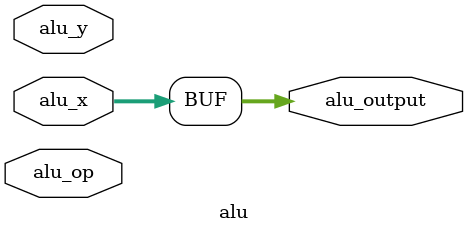
<source format=v>
module alu (
    input wire [2:0] alu_op,
    input wire [7:0] alu_x,
    input wire [7:0] alu_y,

    output wire [7:0] alu_output
);

assign alu_output = alu_x;

endmodule
</source>
